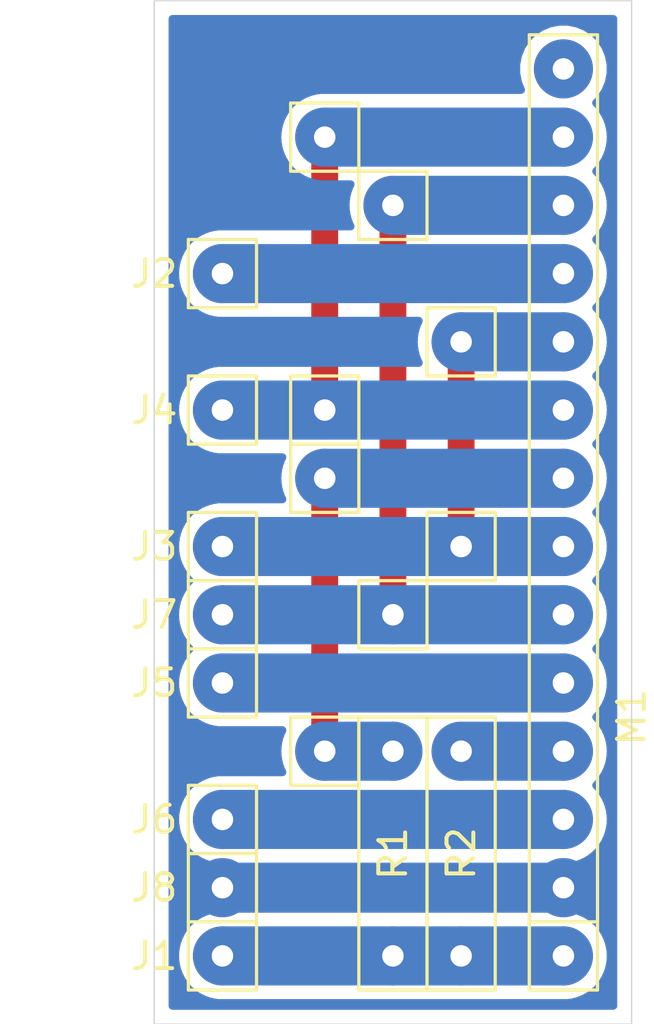
<source format=kicad_pcb>
(kicad_pcb (version 20171130) (host pcbnew "(5.1.6)-1")

  (general
    (thickness 1.6)
    (drawings 7)
    (tracks 17)
    (zones 0)
    (modules 19)
    (nets 12)
  )

  (page A4)
  (layers
    (0 F.Cu signal)
    (31 B.Cu signal)
    (32 B.Adhes user)
    (33 F.Adhes user)
    (34 B.Paste user)
    (35 F.Paste user)
    (36 B.SilkS user)
    (37 F.SilkS user)
    (38 B.Mask user)
    (39 F.Mask user)
    (40 Dwgs.User user hide)
    (41 Cmts.User user)
    (42 Eco1.User user)
    (43 Eco2.User user)
    (44 Edge.Cuts user)
    (45 Margin user)
    (46 B.CrtYd user)
    (47 F.CrtYd user)
    (48 B.Fab user)
    (49 F.Fab user)
  )

  (setup
    (last_trace_width 2.2)
    (user_trace_width 1)
    (user_trace_width 2)
    (user_trace_width 2.2)
    (trace_clearance 0.2)
    (zone_clearance 0.508)
    (zone_45_only no)
    (trace_min 0.2)
    (via_size 0.8)
    (via_drill 0.4)
    (via_min_size 0.4)
    (via_min_drill 0.3)
    (uvia_size 0.3)
    (uvia_drill 0.1)
    (uvias_allowed no)
    (uvia_min_size 0.2)
    (uvia_min_drill 0.1)
    (edge_width 0.05)
    (segment_width 0.2)
    (pcb_text_width 0.3)
    (pcb_text_size 1.5 1.5)
    (mod_edge_width 0.12)
    (mod_text_size 1 1)
    (mod_text_width 0.15)
    (pad_size 1.524 1.524)
    (pad_drill 0.762)
    (pad_to_mask_clearance 0.05)
    (aux_axis_origin 0 0)
    (visible_elements 7FFFFFFF)
    (pcbplotparams
      (layerselection 0x01040_fffffffe)
      (usegerberextensions false)
      (usegerberattributes true)
      (usegerberadvancedattributes true)
      (creategerberjobfile false)
      (excludeedgelayer true)
      (linewidth 0.100000)
      (plotframeref false)
      (viasonmask false)
      (mode 1)
      (useauxorigin false)
      (hpglpennumber 1)
      (hpglpenspeed 20)
      (hpglpendiameter 15.000000)
      (psnegative false)
      (psa4output false)
      (plotreference true)
      (plotvalue true)
      (plotinvisibletext false)
      (padsonsilk false)
      (subtractmaskfromsilk false)
      (outputformat 1)
      (mirror false)
      (drillshape 0)
      (scaleselection 1)
      (outputdirectory "plot/"))
  )

  (net 0 "")
  (net 1 "Net-(J1-Pad1)")
  (net 2 "Net-(M1-Pad4)")
  (net 3 "Net-(M1-Pad8)")
  (net 4 "Net-(M1-Pad14)")
  (net 5 "Net-(J2-Pad1)")
  (net 6 "Net-(J3-Pad1)")
  (net 7 "Net-(J4-Pad1)")
  (net 8 "Net-(J5-Pad1)")
  (net 9 "Net-(J6-Pad1)")
  (net 10 "Net-(J7-Pad1)")
  (net 11 "Net-(J8-Pad1)")

  (net_class Default "This is the default net class."
    (clearance 0.2)
    (trace_width 0.25)
    (via_dia 0.8)
    (via_drill 0.4)
    (uvia_dia 0.3)
    (uvia_drill 0.1)
    (add_net "Net-(J1-Pad1)")
    (add_net "Net-(J2-Pad1)")
    (add_net "Net-(J3-Pad1)")
    (add_net "Net-(J4-Pad1)")
    (add_net "Net-(J5-Pad1)")
    (add_net "Net-(J6-Pad1)")
    (add_net "Net-(J7-Pad1)")
    (add_net "Net-(J8-Pad1)")
    (add_net "Net-(M1-Pad14)")
    (add_net "Net-(M1-Pad4)")
    (add_net "Net-(M1-Pad8)")
  )

  (module cnc3018-PCB:myResistor (layer F.Cu) (tedit 612D2591) (tstamp 61477EA8)
    (at 8.89 -2.54 90)
    (path /6149A29E)
    (fp_text reference R1 (at 3.81 0 90) (layer F.SilkS)
      (effects (font (size 1 1) (thickness 0.15)))
    )
    (fp_text value 100 (at 3.81 -2.54 90) (layer F.Fab)
      (effects (font (size 1 1) (thickness 0.15)))
    )
    (fp_line (start -1.27 1.27) (end 8.89 1.27) (layer F.SilkS) (width 0.12))
    (fp_line (start -1.27 -1.27) (end -1.27 1.27) (layer F.SilkS) (width 0.12))
    (fp_line (start 8.89 -1.27) (end -1.27 -1.27) (layer F.SilkS) (width 0.12))
    (fp_line (start 8.89 -1.27) (end 8.89 1.27) (layer F.SilkS) (width 0.12))
    (pad 2 thru_hole circle (at 7.62 0 90) (size 2.2 2.2) (drill 0.8) (layers *.Cu *.Mask)
      (net 3 "Net-(M1-Pad8)"))
    (pad 1 thru_hole circle (at 0 0 90) (size 2.2 2.2) (drill 0.8) (layers *.Cu *.Mask)
      (net 1 "Net-(J1-Pad1)"))
  )

  (module cnc3018-PCB:myResistor (layer F.Cu) (tedit 612D2591) (tstamp 61477EB2)
    (at 11.43 -2.54 90)
    (path /6148DFD0)
    (fp_text reference R2 (at 3.81 0 90) (layer F.SilkS)
      (effects (font (size 1 1) (thickness 0.15)))
    )
    (fp_text value 10K (at 3.81 -2.54 90) (layer F.Fab)
      (effects (font (size 1 1) (thickness 0.15)))
    )
    (fp_line (start 8.89 -1.27) (end 8.89 1.27) (layer F.SilkS) (width 0.12))
    (fp_line (start 8.89 -1.27) (end -1.27 -1.27) (layer F.SilkS) (width 0.12))
    (fp_line (start -1.27 -1.27) (end -1.27 1.27) (layer F.SilkS) (width 0.12))
    (fp_line (start -1.27 1.27) (end 8.89 1.27) (layer F.SilkS) (width 0.12))
    (pad 1 thru_hole circle (at 0 0 90) (size 2.2 2.2) (drill 0.8) (layers *.Cu *.Mask)
      (net 1 "Net-(J1-Pad1)"))
    (pad 2 thru_hole circle (at 7.62 0 90) (size 2.2 2.2) (drill 0.8) (layers *.Cu *.Mask)
      (net 2 "Net-(M1-Pad4)"))
  )

  (module cnc3018-PCB:my14Pin (layer F.Cu) (tedit 61477D63) (tstamp 6147803F)
    (at 15.24 -10.16 90)
    (path /6147A123)
    (fp_text reference M1 (at 1.27 2.54 90) (layer F.SilkS)
      (effects (font (size 1 1) (thickness 0.15)))
    )
    (fp_text value TFT_ILI9341 (at -2.54 25.4 180) (layer F.Fab) hide
      (effects (font (size 1 1) (thickness 0.15)))
    )
    (fp_line (start 26.67 1.27) (end 11.43 1.27) (layer F.SilkS) (width 0.12))
    (fp_line (start 26.67 -1.27) (end 26.67 1.27) (layer F.SilkS) (width 0.12))
    (fp_line (start 11.43 -1.27) (end 26.67 -1.27) (layer F.SilkS) (width 0.12))
    (fp_line (start -6.35 -1.27) (end -6.35 1.27) (layer F.SilkS) (width 0.12))
    (fp_line (start -8.89 -1.27) (end -6.35 -1.27) (layer F.SilkS) (width 0.12))
    (fp_line (start 3.81 -1.27) (end -8.89 -1.27) (layer F.SilkS) (width 0.12))
    (fp_line (start -8.89 1.27) (end 3.81 1.27) (layer F.SilkS) (width 0.12))
    (fp_line (start -8.89 -1.27) (end -8.89 1.27) (layer F.SilkS) (width 0.12))
    (fp_line (start 3.81 -1.27) (end 11.43 -1.27) (layer F.SilkS) (width 0.12))
    (fp_line (start 11.43 1.27) (end 3.81 1.27) (layer F.SilkS) (width 0.12))
    (pad 1 thru_hole circle (at -7.62 0 90) (size 2.2 2.2) (drill 0.8) (layers *.Cu *.Mask)
      (net 1 "Net-(J1-Pad1)"))
    (pad 2 thru_hole circle (at -5.08 0 90) (size 2.2 2.2) (drill 0.8) (layers *.Cu *.Mask)
      (net 11 "Net-(J8-Pad1)"))
    (pad 3 thru_hole circle (at -2.54 0 90) (size 2.2 2.2) (drill 0.8) (layers *.Cu *.Mask)
      (net 9 "Net-(J6-Pad1)"))
    (pad 4 thru_hole circle (at 0 0 90) (size 2.2 2.2) (drill 0.8) (layers *.Cu *.Mask)
      (net 2 "Net-(M1-Pad4)"))
    (pad 5 thru_hole circle (at 2.54 0 90) (size 2.2 2.2) (drill 0.8) (layers *.Cu *.Mask)
      (net 8 "Net-(J5-Pad1)"))
    (pad 6 thru_hole circle (at 5.08 0 90) (size 2.2 2.2) (drill 0.8) (layers *.Cu *.Mask)
      (net 10 "Net-(J7-Pad1)"))
    (pad 7 thru_hole circle (at 7.62 0 90) (size 2.2 2.2) (drill 0.8) (layers *.Cu *.Mask)
      (net 6 "Net-(J3-Pad1)"))
    (pad 8 thru_hole circle (at 10.16 0 90) (size 2.2 2.2) (drill 0.8) (layers *.Cu *.Mask)
      (net 3 "Net-(M1-Pad8)"))
    (pad 9 thru_hole circle (at 12.7 0 90) (size 2.2 2.2) (drill 0.8) (layers *.Cu *.Mask)
      (net 7 "Net-(J4-Pad1)"))
    (pad 10 thru_hole circle (at 15.24 0 90) (size 2.2 2.2) (drill 0.8) (layers *.Cu *.Mask)
      (net 6 "Net-(J3-Pad1)"))
    (pad 11 thru_hole circle (at 17.78 0 90) (size 2.2 2.2) (drill 0.8) (layers *.Cu *.Mask)
      (net 5 "Net-(J2-Pad1)"))
    (pad 12 thru_hole circle (at 20.32 0 90) (size 2.2 2.2) (drill 0.8) (layers *.Cu *.Mask)
      (net 10 "Net-(J7-Pad1)"))
    (pad 13 thru_hole circle (at 22.86 0 90) (size 2.2 2.2) (drill 0.8) (layers *.Cu *.Mask)
      (net 7 "Net-(J4-Pad1)"))
    (pad 14 thru_hole circle (at 25.4 0 90) (size 2.2 2.2) (drill 0.8) (layers *.Cu *.Mask)
      (net 4 "Net-(M1-Pad14)"))
  )

  (module cnc3018-PCB:my1pin (layer F.Cu) (tedit 612C312C) (tstamp 61478490)
    (at 2.54 -2.54 180)
    (path /6147C8F0)
    (fp_text reference J1 (at 2.54 0) (layer F.SilkS)
      (effects (font (size 1 1) (thickness 0.15)))
    )
    (fp_text value 5V (at 6.35 0) (layer F.Fab)
      (effects (font (size 1 1) (thickness 0.15)))
    )
    (fp_line (start 1.27 1.27) (end 1.27 -1.27) (layer F.SilkS) (width 0.12))
    (fp_line (start -1.27 1.27) (end 1.27 1.27) (layer F.SilkS) (width 0.12))
    (fp_line (start -1.27 -1.27) (end -1.27 1.27) (layer F.SilkS) (width 0.12))
    (fp_line (start -1.27 -1.27) (end 1.27 -1.27) (layer F.SilkS) (width 0.12))
    (pad 1 thru_hole circle (at 0 0 180) (size 2.2 2.2) (drill 0.8) (layers *.Cu *.Mask)
      (net 1 "Net-(J1-Pad1)"))
  )

  (module cnc3018-PCB:my1pin (layer F.Cu) (tedit 612C312C) (tstamp 61478499)
    (at 2.54 -27.94 180)
    (path /6147DA28)
    (fp_text reference J2 (at 2.54 0) (layer F.SilkS)
      (effects (font (size 1 1) (thickness 0.15)))
    )
    (fp_text value T_CS (at 6.35 0) (layer F.Fab)
      (effects (font (size 1 1) (thickness 0.15)))
    )
    (fp_line (start -1.27 -1.27) (end 1.27 -1.27) (layer F.SilkS) (width 0.12))
    (fp_line (start -1.27 -1.27) (end -1.27 1.27) (layer F.SilkS) (width 0.12))
    (fp_line (start -1.27 1.27) (end 1.27 1.27) (layer F.SilkS) (width 0.12))
    (fp_line (start 1.27 1.27) (end 1.27 -1.27) (layer F.SilkS) (width 0.12))
    (pad 1 thru_hole circle (at 0 0 180) (size 2.2 2.2) (drill 0.8) (layers *.Cu *.Mask)
      (net 5 "Net-(J2-Pad1)"))
  )

  (module cnc3018-PCB:my1pin (layer F.Cu) (tedit 612C312C) (tstamp 614784A2)
    (at 2.54 -17.78 180)
    (path /6147E475)
    (fp_text reference J3 (at 2.54 0) (layer F.SilkS)
      (effects (font (size 1 1) (thickness 0.15)))
    )
    (fp_text value CLK (at 6.35 0) (layer F.Fab)
      (effects (font (size 1 1) (thickness 0.15)))
    )
    (fp_line (start 1.27 1.27) (end 1.27 -1.27) (layer F.SilkS) (width 0.12))
    (fp_line (start -1.27 1.27) (end 1.27 1.27) (layer F.SilkS) (width 0.12))
    (fp_line (start -1.27 -1.27) (end -1.27 1.27) (layer F.SilkS) (width 0.12))
    (fp_line (start -1.27 -1.27) (end 1.27 -1.27) (layer F.SilkS) (width 0.12))
    (pad 1 thru_hole circle (at 0 0 180) (size 2.2 2.2) (drill 0.8) (layers *.Cu *.Mask)
      (net 6 "Net-(J3-Pad1)"))
  )

  (module cnc3018-PCB:my1pin (layer F.Cu) (tedit 612C312C) (tstamp 614784AB)
    (at 2.54 -22.86 180)
    (path /6147F1E3)
    (fp_text reference J4 (at 2.54 0) (layer F.SilkS)
      (effects (font (size 1 1) (thickness 0.15)))
    )
    (fp_text value MISO (at 6.35 0) (layer F.Fab)
      (effects (font (size 1 1) (thickness 0.15)))
    )
    (fp_line (start -1.27 -1.27) (end 1.27 -1.27) (layer F.SilkS) (width 0.12))
    (fp_line (start -1.27 -1.27) (end -1.27 1.27) (layer F.SilkS) (width 0.12))
    (fp_line (start -1.27 1.27) (end 1.27 1.27) (layer F.SilkS) (width 0.12))
    (fp_line (start 1.27 1.27) (end 1.27 -1.27) (layer F.SilkS) (width 0.12))
    (pad 1 thru_hole circle (at 0 0 180) (size 2.2 2.2) (drill 0.8) (layers *.Cu *.Mask)
      (net 7 "Net-(J4-Pad1)"))
  )

  (module cnc3018-PCB:my1pin (layer F.Cu) (tedit 612C312C) (tstamp 614784B4)
    (at 2.54 -12.7 180)
    (path /6147FDC6)
    (fp_text reference J5 (at 2.54 0) (layer F.SilkS)
      (effects (font (size 1 1) (thickness 0.15)))
    )
    (fp_text value DC (at 6.35 0) (layer F.Fab)
      (effects (font (size 1 1) (thickness 0.15)))
    )
    (fp_line (start 1.27 1.27) (end 1.27 -1.27) (layer F.SilkS) (width 0.12))
    (fp_line (start -1.27 1.27) (end 1.27 1.27) (layer F.SilkS) (width 0.12))
    (fp_line (start -1.27 -1.27) (end -1.27 1.27) (layer F.SilkS) (width 0.12))
    (fp_line (start -1.27 -1.27) (end 1.27 -1.27) (layer F.SilkS) (width 0.12))
    (pad 1 thru_hole circle (at 0 0 180) (size 2.2 2.2) (drill 0.8) (layers *.Cu *.Mask)
      (net 8 "Net-(J5-Pad1)"))
  )

  (module cnc3018-PCB:my1pin (layer F.Cu) (tedit 612C312C) (tstamp 614784BD)
    (at 2.54 -7.62 180)
    (path /61480747)
    (fp_text reference J6 (at 2.54 0) (layer F.SilkS)
      (effects (font (size 1 1) (thickness 0.15)))
    )
    (fp_text value CS (at 6.35 0) (layer F.Fab)
      (effects (font (size 1 1) (thickness 0.15)))
    )
    (fp_line (start -1.27 -1.27) (end 1.27 -1.27) (layer F.SilkS) (width 0.12))
    (fp_line (start -1.27 -1.27) (end -1.27 1.27) (layer F.SilkS) (width 0.12))
    (fp_line (start -1.27 1.27) (end 1.27 1.27) (layer F.SilkS) (width 0.12))
    (fp_line (start 1.27 1.27) (end 1.27 -1.27) (layer F.SilkS) (width 0.12))
    (pad 1 thru_hole circle (at 0 0 180) (size 2.2 2.2) (drill 0.8) (layers *.Cu *.Mask)
      (net 9 "Net-(J6-Pad1)"))
  )

  (module cnc3018-PCB:my1pin (layer F.Cu) (tedit 612C312C) (tstamp 614784C6)
    (at 2.54 -15.24 180)
    (path /6148260B)
    (fp_text reference J7 (at 2.54 0) (layer F.SilkS)
      (effects (font (size 1 1) (thickness 0.15)))
    )
    (fp_text value MOSI (at 6.35 0) (layer F.Fab)
      (effects (font (size 1 1) (thickness 0.15)))
    )
    (fp_line (start 1.27 1.27) (end 1.27 -1.27) (layer F.SilkS) (width 0.12))
    (fp_line (start -1.27 1.27) (end 1.27 1.27) (layer F.SilkS) (width 0.12))
    (fp_line (start -1.27 -1.27) (end -1.27 1.27) (layer F.SilkS) (width 0.12))
    (fp_line (start -1.27 -1.27) (end 1.27 -1.27) (layer F.SilkS) (width 0.12))
    (pad 1 thru_hole circle (at 0 0 180) (size 2.2 2.2) (drill 0.8) (layers *.Cu *.Mask)
      (net 10 "Net-(J7-Pad1)"))
  )

  (module cnc3018-PCB:my1pin (layer F.Cu) (tedit 612C312C) (tstamp 614784CF)
    (at 2.54 -5.08 180)
    (path /6148308A)
    (fp_text reference J8 (at 2.54 0) (layer F.SilkS)
      (effects (font (size 1 1) (thickness 0.15)))
    )
    (fp_text value GND (at 6.35 0) (layer F.Fab)
      (effects (font (size 1 1) (thickness 0.15)))
    )
    (fp_line (start -1.27 -1.27) (end 1.27 -1.27) (layer F.SilkS) (width 0.12))
    (fp_line (start -1.27 -1.27) (end -1.27 1.27) (layer F.SilkS) (width 0.12))
    (fp_line (start -1.27 1.27) (end 1.27 1.27) (layer F.SilkS) (width 0.12))
    (fp_line (start 1.27 1.27) (end 1.27 -1.27) (layer F.SilkS) (width 0.12))
    (pad 1 thru_hole circle (at 0 0 180) (size 2.2 2.2) (drill 0.8) (layers *.Cu *.Mask)
      (net 11 "Net-(J8-Pad1)"))
  )

  (module cnc3018-PCB:my1pin (layer F.Cu) (tedit 612C312C) (tstamp 6147896A)
    (at 6.35 -20.32)
    (path /614948AC)
    (fp_text reference V1 (at 0 2.54) (layer F.SilkS) hide
      (effects (font (size 1 1) (thickness 0.15)))
    )
    (fp_text value Conn_01x01 (at 0 -2.54) (layer F.Fab) hide
      (effects (font (size 1 1) (thickness 0.15)))
    )
    (fp_line (start -1.27 -1.27) (end 1.27 -1.27) (layer F.SilkS) (width 0.12))
    (fp_line (start -1.27 -1.27) (end -1.27 1.27) (layer F.SilkS) (width 0.12))
    (fp_line (start -1.27 1.27) (end 1.27 1.27) (layer F.SilkS) (width 0.12))
    (fp_line (start 1.27 1.27) (end 1.27 -1.27) (layer F.SilkS) (width 0.12))
    (pad 1 thru_hole circle (at 0 0) (size 2.2 2.2) (drill 0.8) (layers *.Cu *.Mask)
      (net 3 "Net-(M1-Pad8)"))
  )

  (module cnc3018-PCB:my1pin (layer F.Cu) (tedit 612C312C) (tstamp 61478973)
    (at 6.35 -10.16)
    (path /614953E0)
    (fp_text reference V2 (at 0 2.54) (layer F.SilkS) hide
      (effects (font (size 1 1) (thickness 0.15)))
    )
    (fp_text value Conn_01x01 (at 0 -2.54) (layer F.Fab) hide
      (effects (font (size 1 1) (thickness 0.15)))
    )
    (fp_line (start 1.27 1.27) (end 1.27 -1.27) (layer F.SilkS) (width 0.12))
    (fp_line (start -1.27 1.27) (end 1.27 1.27) (layer F.SilkS) (width 0.12))
    (fp_line (start -1.27 -1.27) (end -1.27 1.27) (layer F.SilkS) (width 0.12))
    (fp_line (start -1.27 -1.27) (end 1.27 -1.27) (layer F.SilkS) (width 0.12))
    (pad 1 thru_hole circle (at 0 0) (size 2.2 2.2) (drill 0.8) (layers *.Cu *.Mask)
      (net 3 "Net-(M1-Pad8)"))
  )

  (module cnc3018-PCB:my1pin (layer F.Cu) (tedit 612C312C) (tstamp 6147897C)
    (at 11.43 -25.4)
    (path /6149312E)
    (fp_text reference V3 (at 0 2.54) (layer F.SilkS) hide
      (effects (font (size 1 1) (thickness 0.15)))
    )
    (fp_text value Conn_01x01 (at 0 -2.54) (layer F.Fab) hide
      (effects (font (size 1 1) (thickness 0.15)))
    )
    (fp_line (start -1.27 -1.27) (end 1.27 -1.27) (layer F.SilkS) (width 0.12))
    (fp_line (start -1.27 -1.27) (end -1.27 1.27) (layer F.SilkS) (width 0.12))
    (fp_line (start -1.27 1.27) (end 1.27 1.27) (layer F.SilkS) (width 0.12))
    (fp_line (start 1.27 1.27) (end 1.27 -1.27) (layer F.SilkS) (width 0.12))
    (pad 1 thru_hole circle (at 0 0) (size 2.2 2.2) (drill 0.8) (layers *.Cu *.Mask)
      (net 6 "Net-(J3-Pad1)"))
  )

  (module cnc3018-PCB:my1pin (layer F.Cu) (tedit 612C312C) (tstamp 61478985)
    (at 11.43 -17.78)
    (path /61493B84)
    (fp_text reference V5 (at 0 2.54) (layer F.SilkS) hide
      (effects (font (size 1 1) (thickness 0.15)))
    )
    (fp_text value Conn_01x01 (at 0 -2.54) (layer F.Fab) hide
      (effects (font (size 1 1) (thickness 0.15)))
    )
    (fp_line (start 1.27 1.27) (end 1.27 -1.27) (layer F.SilkS) (width 0.12))
    (fp_line (start -1.27 1.27) (end 1.27 1.27) (layer F.SilkS) (width 0.12))
    (fp_line (start -1.27 -1.27) (end -1.27 1.27) (layer F.SilkS) (width 0.12))
    (fp_line (start -1.27 -1.27) (end 1.27 -1.27) (layer F.SilkS) (width 0.12))
    (pad 1 thru_hole circle (at 0 0) (size 2.2 2.2) (drill 0.8) (layers *.Cu *.Mask)
      (net 6 "Net-(J3-Pad1)"))
  )

  (module cnc3018-PCB:my1pin (layer F.Cu) (tedit 612C312C) (tstamp 6147898E)
    (at 6.35 -22.86)
    (path /61491E38)
    (fp_text reference V6 (at 0 2.54) (layer F.SilkS) hide
      (effects (font (size 1 1) (thickness 0.15)))
    )
    (fp_text value Conn_01x01 (at 0 -2.54) (layer F.Fab) hide
      (effects (font (size 1 1) (thickness 0.15)))
    )
    (fp_line (start -1.27 -1.27) (end 1.27 -1.27) (layer F.SilkS) (width 0.12))
    (fp_line (start -1.27 -1.27) (end -1.27 1.27) (layer F.SilkS) (width 0.12))
    (fp_line (start -1.27 1.27) (end 1.27 1.27) (layer F.SilkS) (width 0.12))
    (fp_line (start 1.27 1.27) (end 1.27 -1.27) (layer F.SilkS) (width 0.12))
    (pad 1 thru_hole circle (at 0 0) (size 2.2 2.2) (drill 0.8) (layers *.Cu *.Mask)
      (net 7 "Net-(J4-Pad1)"))
  )

  (module cnc3018-PCB:my1pin (layer F.Cu) (tedit 612C312C) (tstamp 61478997)
    (at 8.89 -15.24)
    (path /614909A3)
    (fp_text reference V7 (at 0 2.54) (layer F.SilkS) hide
      (effects (font (size 1 1) (thickness 0.15)))
    )
    (fp_text value Conn_01x01 (at 0 -2.54) (layer F.Fab) hide
      (effects (font (size 1 1) (thickness 0.15)))
    )
    (fp_line (start -1.27 -1.27) (end 1.27 -1.27) (layer F.SilkS) (width 0.12))
    (fp_line (start -1.27 -1.27) (end -1.27 1.27) (layer F.SilkS) (width 0.12))
    (fp_line (start -1.27 1.27) (end 1.27 1.27) (layer F.SilkS) (width 0.12))
    (fp_line (start 1.27 1.27) (end 1.27 -1.27) (layer F.SilkS) (width 0.12))
    (pad 1 thru_hole circle (at 0 0) (size 2.2 2.2) (drill 0.8) (layers *.Cu *.Mask)
      (net 10 "Net-(J7-Pad1)"))
  )

  (module cnc3018-PCB:my1pin (layer F.Cu) (tedit 612C312C) (tstamp 614789A0)
    (at 6.35 -33.02)
    (path /61492738)
    (fp_text reference V8 (at 0 2.54) (layer F.SilkS) hide
      (effects (font (size 1 1) (thickness 0.15)))
    )
    (fp_text value Conn_01x01 (at 0 -2.54) (layer F.Fab) hide
      (effects (font (size 1 1) (thickness 0.15)))
    )
    (fp_line (start 1.27 1.27) (end 1.27 -1.27) (layer F.SilkS) (width 0.12))
    (fp_line (start -1.27 1.27) (end 1.27 1.27) (layer F.SilkS) (width 0.12))
    (fp_line (start -1.27 -1.27) (end -1.27 1.27) (layer F.SilkS) (width 0.12))
    (fp_line (start -1.27 -1.27) (end 1.27 -1.27) (layer F.SilkS) (width 0.12))
    (pad 1 thru_hole circle (at 0 0) (size 2.2 2.2) (drill 0.8) (layers *.Cu *.Mask)
      (net 7 "Net-(J4-Pad1)"))
  )

  (module cnc3018-PCB:my1pin (layer F.Cu) (tedit 612C312C) (tstamp 614789A9)
    (at 8.89 -30.48)
    (path /614913A4)
    (fp_text reference V9 (at 0 2.54) (layer F.SilkS) hide
      (effects (font (size 1 1) (thickness 0.15)))
    )
    (fp_text value Conn_01x01 (at 0 -2.54) (layer F.Fab) hide
      (effects (font (size 1 1) (thickness 0.15)))
    )
    (fp_line (start 1.27 1.27) (end 1.27 -1.27) (layer F.SilkS) (width 0.12))
    (fp_line (start -1.27 1.27) (end 1.27 1.27) (layer F.SilkS) (width 0.12))
    (fp_line (start -1.27 -1.27) (end -1.27 1.27) (layer F.SilkS) (width 0.12))
    (fp_line (start -1.27 -1.27) (end 1.27 -1.27) (layer F.SilkS) (width 0.12))
    (pad 1 thru_hole circle (at 0 0) (size 2.2 2.2) (drill 0.8) (layers *.Cu *.Mask)
      (net 10 "Net-(J7-Pad1)"))
  )

  (gr_line (start 0 0) (end 0 -38.1) (layer Edge.Cuts) (width 0.05) (tstamp 615916DA))
  (gr_line (start 17.78 0) (end 0 0) (layer Edge.Cuts) (width 0.05))
  (gr_line (start 17.78 -38.1) (end 17.78 0) (layer Edge.Cuts) (width 0.05))
  (gr_line (start 0 -38.1) (end 17.78 -38.1) (layer Edge.Cuts) (width 0.05))
  (dimension 38.1 (width 0.15) (layer Dwgs.User)
    (gr_text "38.100 mm" (at 24.16 -19.05 90) (layer Dwgs.User)
      (effects (font (size 1 1) (thickness 0.15)))
    )
    (feature1 (pts (xy 17.78 -38.1) (xy 23.446421 -38.1)))
    (feature2 (pts (xy 17.78 0) (xy 23.446421 0)))
    (crossbar (pts (xy 22.86 0) (xy 22.86 -38.1)))
    (arrow1a (pts (xy 22.86 -38.1) (xy 23.446421 -36.973496)))
    (arrow1b (pts (xy 22.86 -38.1) (xy 22.273579 -36.973496)))
    (arrow2a (pts (xy 22.86 0) (xy 23.446421 -1.126504)))
    (arrow2b (pts (xy 22.86 0) (xy 22.273579 -1.126504)))
  )
  (dimension 17.78 (width 0.15) (layer Dwgs.User)
    (gr_text "17.780 mm" (at 8.89 3.84) (layer Dwgs.User)
      (effects (font (size 1 1) (thickness 0.15)))
    )
    (feature1 (pts (xy 17.78 0) (xy 17.78 3.126421)))
    (feature2 (pts (xy 0 0) (xy 0 3.126421)))
    (crossbar (pts (xy 0 2.54) (xy 17.78 2.54)))
    (arrow1a (pts (xy 17.78 2.54) (xy 16.653496 3.126421)))
    (arrow1b (pts (xy 17.78 2.54) (xy 16.653496 1.953579)))
    (arrow2a (pts (xy 0 2.54) (xy 1.126504 3.126421)))
    (arrow2b (pts (xy 0 2.54) (xy 1.126504 1.953579)))
  )
  (gr_text "2.5mm\n" (at 11.73 -2.5) (layer Dwgs.User)
    (effects (font (size 1 1) (thickness 0.15)))
  )

  (segment (start 15.24 -2.54) (end 2.54 -2.54) (width 2.2) (layer B.Cu) (net 1))
  (segment (start 15.24 -10.16) (end 11.43 -10.16) (width 2.2) (layer B.Cu) (net 2))
  (segment (start 6.35 -20.32) (end 6.35 -10.16) (width 1) (layer F.Cu) (net 3))
  (segment (start 8.89 -10.16) (end 6.35 -10.16) (width 2.2) (layer B.Cu) (net 3))
  (segment (start 6.35 -20.32) (end 15.24 -20.32) (width 2.2) (layer B.Cu) (net 3))
  (segment (start 2.54 -27.94) (end 15.24 -27.94) (width 2.2) (layer B.Cu) (net 5))
  (segment (start 11.43 -25.4) (end 11.43 -17.78) (width 1) (layer F.Cu) (net 6))
  (segment (start 2.54 -17.78) (end 15.24 -17.78) (width 2.2) (layer B.Cu) (net 6))
  (segment (start 11.43 -25.4) (end 15.24 -25.4) (width 2.2) (layer B.Cu) (net 6))
  (segment (start 6.35 -33.02) (end 6.35 -22.86) (width 1) (layer F.Cu) (net 7))
  (segment (start 2.54 -22.86) (end 15.24 -22.86) (width 2.2) (layer B.Cu) (net 7))
  (segment (start 6.35 -33.02) (end 15.24 -33.02) (width 2.2) (layer B.Cu) (net 7))
  (segment (start 2.54 -12.7) (end 15.24 -12.7) (width 2.2) (layer B.Cu) (net 8))
  (segment (start 15.24 -7.62) (end 2.54 -7.62) (width 2.2) (layer B.Cu) (net 9))
  (segment (start 8.89 -30.48) (end 8.89 -15.24) (width 1) (layer F.Cu) (net 10))
  (segment (start 2.54 -15.24) (end 15.24 -15.24) (width 2.2) (layer B.Cu) (net 10))
  (segment (start 8.89 -30.48) (end 15.24 -30.48) (width 2.2) (layer B.Cu) (net 10))

  (zone (net 11) (net_name "Net-(J8-Pad1)") (layer B.Cu) (tstamp 61479726) (hatch edge 0.508)
    (connect_pads yes (clearance 0.508))
    (min_thickness 0.3)
    (fill yes (arc_segments 32) (thermal_gap 0.508) (thermal_bridge_width 0.508))
    (polygon
      (pts
        (xy 17.78 0) (xy 0 0) (xy 0 -38.1) (xy 17.78 -38.1)
      )
    )
    (filled_polygon
      (pts
        (xy 17.097001 -0.683) (xy 0.683 -0.683) (xy 0.683 -2.54) (xy 0.773494 -2.54) (xy 0.782 -2.453637)
        (xy 0.782 -2.366852) (xy 0.798931 -2.281734) (xy 0.807437 -2.195372) (xy 0.832628 -2.112328) (xy 0.849559 -2.02721)
        (xy 0.882769 -1.947034) (xy 0.907961 -1.863987) (xy 0.948872 -1.787448) (xy 0.982081 -1.707275) (xy 1.030294 -1.635118)
        (xy 1.071204 -1.558582) (xy 1.126255 -1.491503) (xy 1.174472 -1.41934) (xy 1.235844 -1.357968) (xy 1.290892 -1.290892)
        (xy 1.357968 -1.235844) (xy 1.41934 -1.174472) (xy 1.491503 -1.126255) (xy 1.558582 -1.071204) (xy 1.635118 -1.030294)
        (xy 1.707275 -0.982081) (xy 1.787448 -0.948872) (xy 1.863987 -0.907961) (xy 1.947034 -0.882769) (xy 2.02721 -0.849559)
        (xy 2.112328 -0.832628) (xy 2.195372 -0.807437) (xy 2.281734 -0.798931) (xy 2.366852 -0.782) (xy 15.413148 -0.782)
        (xy 15.498266 -0.798931) (xy 15.584628 -0.807437) (xy 15.667672 -0.832628) (xy 15.75279 -0.849559) (xy 15.832966 -0.882769)
        (xy 15.916013 -0.907961) (xy 15.992552 -0.948872) (xy 16.072725 -0.982081) (xy 16.144882 -1.030294) (xy 16.221418 -1.071204)
        (xy 16.288497 -1.126255) (xy 16.36066 -1.174472) (xy 16.422032 -1.235844) (xy 16.489108 -1.290892) (xy 16.544156 -1.357968)
        (xy 16.605528 -1.41934) (xy 16.653745 -1.491503) (xy 16.708796 -1.558582) (xy 16.749706 -1.635118) (xy 16.797919 -1.707275)
        (xy 16.831128 -1.787448) (xy 16.872039 -1.863987) (xy 16.897231 -1.947034) (xy 16.930441 -2.02721) (xy 16.947372 -2.112328)
        (xy 16.972563 -2.195372) (xy 16.981069 -2.281734) (xy 16.998 -2.366852) (xy 16.998 -2.453637) (xy 17.006506 -2.54)
        (xy 16.998 -2.626363) (xy 16.998 -2.713148) (xy 16.981069 -2.798266) (xy 16.972563 -2.884628) (xy 16.947372 -2.967672)
        (xy 16.930441 -3.05279) (xy 16.897231 -3.132966) (xy 16.872039 -3.216013) (xy 16.831128 -3.292552) (xy 16.797919 -3.372725)
        (xy 16.749706 -3.444882) (xy 16.708796 -3.521418) (xy 16.653745 -3.588497) (xy 16.605528 -3.66066) (xy 16.544156 -3.722032)
        (xy 16.489108 -3.789108) (xy 16.422032 -3.844156) (xy 16.36066 -3.905528) (xy 16.288497 -3.953745) (xy 16.221418 -4.008796)
        (xy 16.144882 -4.049706) (xy 16.072725 -4.097919) (xy 15.992552 -4.131128) (xy 15.916013 -4.172039) (xy 15.832966 -4.197231)
        (xy 15.75279 -4.230441) (xy 15.667672 -4.247372) (xy 15.584628 -4.272563) (xy 15.498266 -4.281069) (xy 15.413148 -4.298)
        (xy 2.366852 -4.298) (xy 2.281734 -4.281069) (xy 2.195372 -4.272563) (xy 2.112328 -4.247372) (xy 2.02721 -4.230441)
        (xy 1.947034 -4.197231) (xy 1.863987 -4.172039) (xy 1.787448 -4.131128) (xy 1.707275 -4.097919) (xy 1.635118 -4.049706)
        (xy 1.558582 -4.008796) (xy 1.491503 -3.953745) (xy 1.41934 -3.905528) (xy 1.357968 -3.844156) (xy 1.290892 -3.789108)
        (xy 1.235844 -3.722032) (xy 1.174472 -3.66066) (xy 1.126255 -3.588497) (xy 1.071204 -3.521418) (xy 1.030294 -3.444882)
        (xy 0.982081 -3.372725) (xy 0.948872 -3.292552) (xy 0.907961 -3.216013) (xy 0.882769 -3.132966) (xy 0.849559 -3.05279)
        (xy 0.832628 -2.967672) (xy 0.807437 -2.884628) (xy 0.798931 -2.798266) (xy 0.782 -2.713148) (xy 0.782 -2.626363)
        (xy 0.773494 -2.54) (xy 0.683 -2.54) (xy 0.683 -27.94) (xy 0.773494 -27.94) (xy 0.782 -27.853637)
        (xy 0.782 -27.766852) (xy 0.798931 -27.681734) (xy 0.807437 -27.595372) (xy 0.832628 -27.512328) (xy 0.849559 -27.42721)
        (xy 0.882769 -27.347034) (xy 0.907961 -27.263987) (xy 0.948872 -27.187448) (xy 0.982081 -27.107275) (xy 1.030294 -27.035118)
        (xy 1.071204 -26.958582) (xy 1.126255 -26.891503) (xy 1.174472 -26.81934) (xy 1.235844 -26.757968) (xy 1.290892 -26.690892)
        (xy 1.357968 -26.635844) (xy 1.41934 -26.574472) (xy 1.491503 -26.526255) (xy 1.558582 -26.471204) (xy 1.635118 -26.430294)
        (xy 1.707275 -26.382081) (xy 1.787448 -26.348872) (xy 1.863987 -26.307961) (xy 1.947034 -26.282769) (xy 2.02721 -26.249559)
        (xy 2.112328 -26.232628) (xy 2.195372 -26.207437) (xy 2.281734 -26.198931) (xy 2.366852 -26.182) (xy 9.85107 -26.182)
        (xy 9.838872 -26.152552) (xy 9.797961 -26.076013) (xy 9.772769 -25.992966) (xy 9.739559 -25.91279) (xy 9.722628 -25.827672)
        (xy 9.697437 -25.744628) (xy 9.688931 -25.658266) (xy 9.672 -25.573148) (xy 9.672 -25.486363) (xy 9.663494 -25.4)
        (xy 9.672 -25.313637) (xy 9.672 -25.226852) (xy 9.688931 -25.141734) (xy 9.697437 -25.055372) (xy 9.722628 -24.972328)
        (xy 9.739559 -24.88721) (xy 9.772769 -24.807034) (xy 9.797961 -24.723987) (xy 9.838872 -24.647448) (xy 9.85107 -24.618)
        (xy 2.366852 -24.618) (xy 2.281734 -24.601069) (xy 2.195372 -24.592563) (xy 2.112328 -24.567372) (xy 2.02721 -24.550441)
        (xy 1.947034 -24.517231) (xy 1.863987 -24.492039) (xy 1.787448 -24.451128) (xy 1.707275 -24.417919) (xy 1.635118 -24.369706)
        (xy 1.558582 -24.328796) (xy 1.491503 -24.273745) (xy 1.41934 -24.225528) (xy 1.357968 -24.164156) (xy 1.290892 -24.109108)
        (xy 1.235844 -24.042032) (xy 1.174472 -23.98066) (xy 1.126255 -23.908497) (xy 1.071204 -23.841418) (xy 1.030294 -23.764882)
        (xy 0.982081 -23.692725) (xy 0.948872 -23.612552) (xy 0.907961 -23.536013) (xy 0.882769 -23.452966) (xy 0.849559 -23.37279)
        (xy 0.832628 -23.287672) (xy 0.807437 -23.204628) (xy 0.798931 -23.118266) (xy 0.782 -23.033148) (xy 0.782 -22.946363)
        (xy 0.773494 -22.86) (xy 0.782 -22.773637) (xy 0.782 -22.686852) (xy 0.798931 -22.601734) (xy 0.807437 -22.515372)
        (xy 0.832628 -22.432328) (xy 0.849559 -22.34721) (xy 0.882769 -22.267034) (xy 0.907961 -22.183987) (xy 0.948872 -22.107448)
        (xy 0.982081 -22.027275) (xy 1.030294 -21.955118) (xy 1.071204 -21.878582) (xy 1.126255 -21.811503) (xy 1.174472 -21.73934)
        (xy 1.235844 -21.677968) (xy 1.290892 -21.610892) (xy 1.357968 -21.555844) (xy 1.41934 -21.494472) (xy 1.491503 -21.446255)
        (xy 1.558582 -21.391204) (xy 1.635118 -21.350294) (xy 1.707275 -21.302081) (xy 1.787448 -21.268872) (xy 1.863987 -21.227961)
        (xy 1.947034 -21.202769) (xy 2.02721 -21.169559) (xy 2.112328 -21.152628) (xy 2.195372 -21.127437) (xy 2.281734 -21.118931)
        (xy 2.366852 -21.102) (xy 4.77107 -21.102) (xy 4.758872 -21.072552) (xy 4.717961 -20.996013) (xy 4.692769 -20.912966)
        (xy 4.659559 -20.83279) (xy 4.642628 -20.747672) (xy 4.617437 -20.664628) (xy 4.608931 -20.578266) (xy 4.592 -20.493148)
        (xy 4.592 -20.406363) (xy 4.583494 -20.32) (xy 4.592 -20.233637) (xy 4.592 -20.146852) (xy 4.608931 -20.061734)
        (xy 4.617437 -19.975372) (xy 4.642628 -19.892328) (xy 4.659559 -19.80721) (xy 4.692769 -19.727034) (xy 4.717961 -19.643987)
        (xy 4.758872 -19.567448) (xy 4.77107 -19.538) (xy 2.366852 -19.538) (xy 2.281734 -19.521069) (xy 2.195372 -19.512563)
        (xy 2.112328 -19.487372) (xy 2.02721 -19.470441) (xy 1.947034 -19.437231) (xy 1.863987 -19.412039) (xy 1.787448 -19.371128)
        (xy 1.707275 -19.337919) (xy 1.635118 -19.289706) (xy 1.558582 -19.248796) (xy 1.491503 -19.193745) (xy 1.41934 -19.145528)
        (xy 1.357968 -19.084156) (xy 1.290892 -19.029108) (xy 1.235844 -18.962032) (xy 1.174472 -18.90066) (xy 1.126255 -18.828497)
        (xy 1.071204 -18.761418) (xy 1.030294 -18.684882) (xy 0.982081 -18.612725) (xy 0.948872 -18.532552) (xy 0.907961 -18.456013)
        (xy 0.882769 -18.372966) (xy 0.849559 -18.29279) (xy 0.832628 -18.207672) (xy 0.807437 -18.124628) (xy 0.798931 -18.038266)
        (xy 0.782 -17.953148) (xy 0.782 -17.866363) (xy 0.773494 -17.78) (xy 0.782 -17.693637) (xy 0.782 -17.606852)
        (xy 0.798931 -17.521734) (xy 0.807437 -17.435372) (xy 0.832628 -17.352328) (xy 0.849559 -17.26721) (xy 0.882769 -17.187034)
        (xy 0.907961 -17.103987) (xy 0.948872 -17.027448) (xy 0.982081 -16.947275) (xy 1.030294 -16.875118) (xy 1.071204 -16.798582)
        (xy 1.126255 -16.731503) (xy 1.174472 -16.65934) (xy 1.235844 -16.597968) (xy 1.290892 -16.530892) (xy 1.316349 -16.51)
        (xy 1.290892 -16.489108) (xy 1.235844 -16.422032) (xy 1.174472 -16.36066) (xy 1.126255 -16.288497) (xy 1.071204 -16.221418)
        (xy 1.030294 -16.144882) (xy 0.982081 -16.072725) (xy 0.948872 -15.992552) (xy 0.907961 -15.916013) (xy 0.882769 -15.832966)
        (xy 0.849559 -15.75279) (xy 0.832628 -15.667672) (xy 0.807437 -15.584628) (xy 0.798931 -15.498266) (xy 0.782 -15.413148)
        (xy 0.782 -15.326363) (xy 0.773494 -15.24) (xy 0.782 -15.153637) (xy 0.782 -15.066852) (xy 0.798931 -14.981734)
        (xy 0.807437 -14.895372) (xy 0.832628 -14.812328) (xy 0.849559 -14.72721) (xy 0.882769 -14.647034) (xy 0.907961 -14.563987)
        (xy 0.948872 -14.487448) (xy 0.982081 -14.407275) (xy 1.030294 -14.335118) (xy 1.071204 -14.258582) (xy 1.126255 -14.191503)
        (xy 1.174472 -14.11934) (xy 1.235844 -14.057968) (xy 1.290892 -13.990892) (xy 1.316349 -13.97) (xy 1.290892 -13.949108)
        (xy 1.235844 -13.882032) (xy 1.174472 -13.82066) (xy 1.126255 -13.748497) (xy 1.071204 -13.681418) (xy 1.030294 -13.604882)
        (xy 0.982081 -13.532725) (xy 0.948872 -13.452552) (xy 0.907961 -13.376013) (xy 0.882769 -13.292966) (xy 0.849559 -13.21279)
        (xy 0.832628 -13.127672) (xy 0.807437 -13.044628) (xy 0.798931 -12.958266) (xy 0.782 -12.873148) (xy 0.782 -12.786363)
        (xy 0.773494 -12.7) (xy 0.782 -12.613637) (xy 0.782 -12.526852) (xy 0.798931 -12.441734) (xy 0.807437 -12.355372)
        (xy 0.832628 -12.272328) (xy 0.849559 -12.18721) (xy 0.882769 -12.107034) (xy 0.907961 -12.023987) (xy 0.948872 -11.947448)
        (xy 0.982081 -11.867275) (xy 1.030294 -11.795118) (xy 1.071204 -11.718582) (xy 1.126255 -11.651503) (xy 1.174472 -11.57934)
        (xy 1.235844 -11.517968) (xy 1.290892 -11.450892) (xy 1.357968 -11.395844) (xy 1.41934 -11.334472) (xy 1.491503 -11.286255)
        (xy 1.558582 -11.231204) (xy 1.635118 -11.190294) (xy 1.707275 -11.142081) (xy 1.787448 -11.108872) (xy 1.863987 -11.067961)
        (xy 1.947034 -11.042769) (xy 2.02721 -11.009559) (xy 2.112328 -10.992628) (xy 2.195372 -10.967437) (xy 2.281734 -10.958931)
        (xy 2.366852 -10.942) (xy 4.77107 -10.942) (xy 4.758872 -10.912552) (xy 4.717961 -10.836013) (xy 4.692769 -10.752966)
        (xy 4.659559 -10.67279) (xy 4.642628 -10.587672) (xy 4.617437 -10.504628) (xy 4.608931 -10.418266) (xy 4.592 -10.333148)
        (xy 4.592 -10.246363) (xy 4.583494 -10.16) (xy 4.592 -10.073637) (xy 4.592 -9.986852) (xy 4.608931 -9.901734)
        (xy 4.617437 -9.815372) (xy 4.642628 -9.732328) (xy 4.659559 -9.64721) (xy 4.692769 -9.567034) (xy 4.717961 -9.483987)
        (xy 4.758872 -9.407448) (xy 4.77107 -9.378) (xy 2.366852 -9.378) (xy 2.281734 -9.361069) (xy 2.195372 -9.352563)
        (xy 2.112328 -9.327372) (xy 2.02721 -9.310441) (xy 1.947034 -9.277231) (xy 1.863987 -9.252039) (xy 1.787448 -9.211128)
        (xy 1.707275 -9.177919) (xy 1.635118 -9.129706) (xy 1.558582 -9.088796) (xy 1.491503 -9.033745) (xy 1.41934 -8.985528)
        (xy 1.357968 -8.924156) (xy 1.290892 -8.869108) (xy 1.235844 -8.802032) (xy 1.174472 -8.74066) (xy 1.126255 -8.668497)
        (xy 1.071204 -8.601418) (xy 1.030294 -8.524882) (xy 0.982081 -8.452725) (xy 0.948872 -8.372552) (xy 0.907961 -8.296013)
        (xy 0.882769 -8.212966) (xy 0.849559 -8.13279) (xy 0.832628 -8.047672) (xy 0.807437 -7.964628) (xy 0.798931 -7.878266)
        (xy 0.782 -7.793148) (xy 0.782 -7.706363) (xy 0.773494 -7.62) (xy 0.782 -7.533637) (xy 0.782 -7.446852)
        (xy 0.798931 -7.361734) (xy 0.807437 -7.275372) (xy 0.832628 -7.192328) (xy 0.849559 -7.10721) (xy 0.882769 -7.027034)
        (xy 0.907961 -6.943987) (xy 0.948872 -6.867448) (xy 0.982081 -6.787275) (xy 1.030294 -6.715118) (xy 1.071204 -6.638582)
        (xy 1.126255 -6.571503) (xy 1.174472 -6.49934) (xy 1.235844 -6.437968) (xy 1.290892 -6.370892) (xy 1.357968 -6.315844)
        (xy 1.41934 -6.254472) (xy 1.491503 -6.206255) (xy 1.558582 -6.151204) (xy 1.635118 -6.110294) (xy 1.707275 -6.062081)
        (xy 1.787448 -6.028872) (xy 1.863987 -5.987961) (xy 1.947034 -5.962769) (xy 2.02721 -5.929559) (xy 2.112328 -5.912628)
        (xy 2.195372 -5.887437) (xy 2.281734 -5.878931) (xy 2.366852 -5.862) (xy 15.413148 -5.862) (xy 15.498266 -5.878931)
        (xy 15.584628 -5.887437) (xy 15.667672 -5.912628) (xy 15.75279 -5.929559) (xy 15.832966 -5.962769) (xy 15.916013 -5.987961)
        (xy 15.992552 -6.028872) (xy 16.072725 -6.062081) (xy 16.144882 -6.110294) (xy 16.221418 -6.151204) (xy 16.288497 -6.206255)
        (xy 16.36066 -6.254472) (xy 16.422032 -6.315844) (xy 16.489108 -6.370892) (xy 16.544156 -6.437968) (xy 16.605528 -6.49934)
        (xy 16.653745 -6.571503) (xy 16.708796 -6.638582) (xy 16.749706 -6.715118) (xy 16.797919 -6.787275) (xy 16.831128 -6.867448)
        (xy 16.872039 -6.943987) (xy 16.897231 -7.027034) (xy 16.930441 -7.10721) (xy 16.947372 -7.192328) (xy 16.972563 -7.275372)
        (xy 16.981069 -7.361734) (xy 16.998 -7.446852) (xy 16.998 -7.533637) (xy 17.006506 -7.62) (xy 16.998 -7.706363)
        (xy 16.998 -7.793148) (xy 16.981069 -7.878266) (xy 16.972563 -7.964628) (xy 16.947372 -8.047672) (xy 16.930441 -8.13279)
        (xy 16.897231 -8.212966) (xy 16.872039 -8.296013) (xy 16.831128 -8.372552) (xy 16.797919 -8.452725) (xy 16.749706 -8.524882)
        (xy 16.708796 -8.601418) (xy 16.653745 -8.668497) (xy 16.605528 -8.74066) (xy 16.544156 -8.802032) (xy 16.489108 -8.869108)
        (xy 16.463651 -8.89) (xy 16.489108 -8.910892) (xy 16.544156 -8.977968) (xy 16.605528 -9.03934) (xy 16.653745 -9.111503)
        (xy 16.708796 -9.178582) (xy 16.749706 -9.255118) (xy 16.797919 -9.327275) (xy 16.831128 -9.407448) (xy 16.872039 -9.483987)
        (xy 16.897231 -9.567034) (xy 16.930441 -9.64721) (xy 16.947372 -9.732328) (xy 16.972563 -9.815372) (xy 16.981069 -9.901734)
        (xy 16.998 -9.986852) (xy 16.998 -10.073637) (xy 17.006506 -10.16) (xy 16.998 -10.246363) (xy 16.998 -10.333148)
        (xy 16.981069 -10.418266) (xy 16.972563 -10.504628) (xy 16.947372 -10.587672) (xy 16.930441 -10.67279) (xy 16.897231 -10.752966)
        (xy 16.872039 -10.836013) (xy 16.831128 -10.912552) (xy 16.797919 -10.992725) (xy 16.749706 -11.064882) (xy 16.708796 -11.141418)
        (xy 16.653745 -11.208497) (xy 16.605528 -11.28066) (xy 16.544156 -11.342032) (xy 16.489108 -11.409108) (xy 16.463651 -11.43)
        (xy 16.489108 -11.450892) (xy 16.544156 -11.517968) (xy 16.605528 -11.57934) (xy 16.653745 -11.651503) (xy 16.708796 -11.718582)
        (xy 16.749706 -11.795118) (xy 16.797919 -11.867275) (xy 16.831128 -11.947448) (xy 16.872039 -12.023987) (xy 16.897231 -12.107034)
        (xy 16.930441 -12.18721) (xy 16.947372 -12.272328) (xy 16.972563 -12.355372) (xy 16.981069 -12.441734) (xy 16.998 -12.526852)
        (xy 16.998 -12.613637) (xy 17.006506 -12.7) (xy 16.998 -12.786363) (xy 16.998 -12.873148) (xy 16.981069 -12.958266)
        (xy 16.972563 -13.044628) (xy 16.947372 -13.127672) (xy 16.930441 -13.21279) (xy 16.897231 -13.292966) (xy 16.872039 -13.376013)
        (xy 16.831128 -13.452552) (xy 16.797919 -13.532725) (xy 16.749706 -13.604882) (xy 16.708796 -13.681418) (xy 16.653745 -13.748497)
        (xy 16.605528 -13.82066) (xy 16.544156 -13.882032) (xy 16.489108 -13.949108) (xy 16.463651 -13.97) (xy 16.489108 -13.990892)
        (xy 16.544156 -14.057968) (xy 16.605528 -14.11934) (xy 16.653745 -14.191503) (xy 16.708796 -14.258582) (xy 16.749706 -14.335118)
        (xy 16.797919 -14.407275) (xy 16.831128 -14.487448) (xy 16.872039 -14.563987) (xy 16.897231 -14.647034) (xy 16.930441 -14.72721)
        (xy 16.947372 -14.812328) (xy 16.972563 -14.895372) (xy 16.981069 -14.981734) (xy 16.998 -15.066852) (xy 16.998 -15.153637)
        (xy 17.006506 -15.24) (xy 16.998 -15.326363) (xy 16.998 -15.413148) (xy 16.981069 -15.498266) (xy 16.972563 -15.584628)
        (xy 16.947372 -15.667672) (xy 16.930441 -15.75279) (xy 16.897231 -15.832966) (xy 16.872039 -15.916013) (xy 16.831128 -15.992552)
        (xy 16.797919 -16.072725) (xy 16.749706 -16.144882) (xy 16.708796 -16.221418) (xy 16.653745 -16.288497) (xy 16.605528 -16.36066)
        (xy 16.544156 -16.422032) (xy 16.489108 -16.489108) (xy 16.463651 -16.51) (xy 16.489108 -16.530892) (xy 16.544156 -16.597968)
        (xy 16.605528 -16.65934) (xy 16.653745 -16.731503) (xy 16.708796 -16.798582) (xy 16.749706 -16.875118) (xy 16.797919 -16.947275)
        (xy 16.831128 -17.027448) (xy 16.872039 -17.103987) (xy 16.897231 -17.187034) (xy 16.930441 -17.26721) (xy 16.947372 -17.352328)
        (xy 16.972563 -17.435372) (xy 16.981069 -17.521734) (xy 16.998 -17.606852) (xy 16.998 -17.693637) (xy 17.006506 -17.78)
        (xy 16.998 -17.866363) (xy 16.998 -17.953148) (xy 16.981069 -18.038266) (xy 16.972563 -18.124628) (xy 16.947372 -18.207672)
        (xy 16.930441 -18.29279) (xy 16.897231 -18.372966) (xy 16.872039 -18.456013) (xy 16.831128 -18.532552) (xy 16.797919 -18.612725)
        (xy 16.749706 -18.684882) (xy 16.708796 -18.761418) (xy 16.653745 -18.828497) (xy 16.605528 -18.90066) (xy 16.544156 -18.962032)
        (xy 16.489108 -19.029108) (xy 16.463651 -19.05) (xy 16.489108 -19.070892) (xy 16.544156 -19.137968) (xy 16.605528 -19.19934)
        (xy 16.653745 -19.271503) (xy 16.708796 -19.338582) (xy 16.749706 -19.415118) (xy 16.797919 -19.487275) (xy 16.831128 -19.567448)
        (xy 16.872039 -19.643987) (xy 16.897231 -19.727034) (xy 16.930441 -19.80721) (xy 16.947372 -19.892328) (xy 16.972563 -19.975372)
        (xy 16.981069 -20.061734) (xy 16.998 -20.146852) (xy 16.998 -20.233637) (xy 17.006506 -20.32) (xy 16.998 -20.406363)
        (xy 16.998 -20.493148) (xy 16.981069 -20.578266) (xy 16.972563 -20.664628) (xy 16.947372 -20.747672) (xy 16.930441 -20.83279)
        (xy 16.897231 -20.912966) (xy 16.872039 -20.996013) (xy 16.831128 -21.072552) (xy 16.797919 -21.152725) (xy 16.749706 -21.224882)
        (xy 16.708796 -21.301418) (xy 16.653745 -21.368497) (xy 16.605528 -21.44066) (xy 16.544156 -21.502032) (xy 16.489108 -21.569108)
        (xy 16.463651 -21.59) (xy 16.489108 -21.610892) (xy 16.544156 -21.677968) (xy 16.605528 -21.73934) (xy 16.653745 -21.811503)
        (xy 16.708796 -21.878582) (xy 16.749706 -21.955118) (xy 16.797919 -22.027275) (xy 16.831128 -22.107448) (xy 16.872039 -22.183987)
        (xy 16.897231 -22.267034) (xy 16.930441 -22.34721) (xy 16.947372 -22.432328) (xy 16.972563 -22.515372) (xy 16.981069 -22.601734)
        (xy 16.998 -22.686852) (xy 16.998 -22.773637) (xy 17.006506 -22.86) (xy 16.998 -22.946363) (xy 16.998 -23.033148)
        (xy 16.981069 -23.118266) (xy 16.972563 -23.204628) (xy 16.947372 -23.287672) (xy 16.930441 -23.37279) (xy 16.897231 -23.452966)
        (xy 16.872039 -23.536013) (xy 16.831128 -23.612552) (xy 16.797919 -23.692725) (xy 16.749706 -23.764882) (xy 16.708796 -23.841418)
        (xy 16.653745 -23.908497) (xy 16.605528 -23.98066) (xy 16.544156 -24.042032) (xy 16.489108 -24.109108) (xy 16.463651 -24.13)
        (xy 16.489108 -24.150892) (xy 16.544156 -24.217968) (xy 16.605528 -24.27934) (xy 16.653745 -24.351503) (xy 16.708796 -24.418582)
        (xy 16.749706 -24.495118) (xy 16.797919 -24.567275) (xy 16.831128 -24.647448) (xy 16.872039 -24.723987) (xy 16.897231 -24.807034)
        (xy 16.930441 -24.88721) (xy 16.947372 -24.972328) (xy 16.972563 -25.055372) (xy 16.981069 -25.141734) (xy 16.998 -25.226852)
        (xy 16.998 -25.313637) (xy 17.006506 -25.4) (xy 16.998 -25.486363) (xy 16.998 -25.573148) (xy 16.981069 -25.658266)
        (xy 16.972563 -25.744628) (xy 16.947372 -25.827672) (xy 16.930441 -25.91279) (xy 16.897231 -25.992966) (xy 16.872039 -26.076013)
        (xy 16.831128 -26.152552) (xy 16.797919 -26.232725) (xy 16.749706 -26.304882) (xy 16.708796 -26.381418) (xy 16.653745 -26.448497)
        (xy 16.605528 -26.52066) (xy 16.544156 -26.582032) (xy 16.489108 -26.649108) (xy 16.463651 -26.67) (xy 16.489108 -26.690892)
        (xy 16.544156 -26.757968) (xy 16.605528 -26.81934) (xy 16.653745 -26.891503) (xy 16.708796 -26.958582) (xy 16.749706 -27.035118)
        (xy 16.797919 -27.107275) (xy 16.831128 -27.187448) (xy 16.872039 -27.263987) (xy 16.897231 -27.347034) (xy 16.930441 -27.42721)
        (xy 16.947372 -27.512328) (xy 16.972563 -27.595372) (xy 16.981069 -27.681734) (xy 16.998 -27.766852) (xy 16.998 -27.853637)
        (xy 17.006506 -27.94) (xy 16.998 -28.026363) (xy 16.998 -28.113148) (xy 16.981069 -28.198266) (xy 16.972563 -28.284628)
        (xy 16.947372 -28.367672) (xy 16.930441 -28.45279) (xy 16.897231 -28.532966) (xy 16.872039 -28.616013) (xy 16.831128 -28.692552)
        (xy 16.797919 -28.772725) (xy 16.749706 -28.844882) (xy 16.708796 -28.921418) (xy 16.653745 -28.988497) (xy 16.605528 -29.06066)
        (xy 16.544156 -29.122032) (xy 16.489108 -29.189108) (xy 16.463651 -29.21) (xy 16.489108 -29.230892) (xy 16.544156 -29.297968)
        (xy 16.605528 -29.35934) (xy 16.653745 -29.431503) (xy 16.708796 -29.498582) (xy 16.749706 -29.575118) (xy 16.797919 -29.647275)
        (xy 16.831128 -29.727448) (xy 16.872039 -29.803987) (xy 16.897231 -29.887034) (xy 16.930441 -29.96721) (xy 16.947372 -30.052328)
        (xy 16.972563 -30.135372) (xy 16.981069 -30.221734) (xy 16.998 -30.306852) (xy 16.998 -30.393637) (xy 17.006506 -30.48)
        (xy 16.998 -30.566363) (xy 16.998 -30.653148) (xy 16.981069 -30.738266) (xy 16.972563 -30.824628) (xy 16.947372 -30.907672)
        (xy 16.930441 -30.99279) (xy 16.897231 -31.072966) (xy 16.872039 -31.156013) (xy 16.831128 -31.232552) (xy 16.797919 -31.312725)
        (xy 16.749706 -31.384882) (xy 16.708796 -31.461418) (xy 16.653745 -31.528497) (xy 16.605528 -31.60066) (xy 16.544156 -31.662032)
        (xy 16.489108 -31.729108) (xy 16.463651 -31.75) (xy 16.489108 -31.770892) (xy 16.544156 -31.837968) (xy 16.605528 -31.89934)
        (xy 16.653745 -31.971503) (xy 16.708796 -32.038582) (xy 16.749706 -32.115118) (xy 16.797919 -32.187275) (xy 16.831128 -32.267448)
        (xy 16.872039 -32.343987) (xy 16.897231 -32.427034) (xy 16.930441 -32.50721) (xy 16.947372 -32.592328) (xy 16.972563 -32.675372)
        (xy 16.981069 -32.761734) (xy 16.998 -32.846852) (xy 16.998 -32.933637) (xy 17.006506 -33.02) (xy 16.998 -33.106363)
        (xy 16.998 -33.193148) (xy 16.981069 -33.278266) (xy 16.972563 -33.364628) (xy 16.947372 -33.447672) (xy 16.930441 -33.53279)
        (xy 16.897231 -33.612966) (xy 16.872039 -33.696013) (xy 16.831128 -33.772552) (xy 16.797919 -33.852725) (xy 16.749706 -33.924882)
        (xy 16.708796 -34.001418) (xy 16.653745 -34.068497) (xy 16.605528 -34.14066) (xy 16.544156 -34.202032) (xy 16.489108 -34.269108)
        (xy 16.459552 -34.293364) (xy 16.605528 -34.43934) (xy 16.797919 -34.727275) (xy 16.930441 -35.04721) (xy 16.998 -35.386852)
        (xy 16.998 -35.733148) (xy 16.930441 -36.07279) (xy 16.797919 -36.392725) (xy 16.605528 -36.68066) (xy 16.36066 -36.925528)
        (xy 16.072725 -37.117919) (xy 15.75279 -37.250441) (xy 15.413148 -37.318) (xy 15.066852 -37.318) (xy 14.72721 -37.250441)
        (xy 14.407275 -37.117919) (xy 14.11934 -36.925528) (xy 13.874472 -36.68066) (xy 13.682081 -36.392725) (xy 13.549559 -36.07279)
        (xy 13.482 -35.733148) (xy 13.482 -35.386852) (xy 13.549559 -35.04721) (xy 13.66107 -34.778) (xy 6.176852 -34.778)
        (xy 6.091734 -34.761069) (xy 6.005372 -34.752563) (xy 5.922328 -34.727372) (xy 5.83721 -34.710441) (xy 5.757034 -34.677231)
        (xy 5.673987 -34.652039) (xy 5.597448 -34.611128) (xy 5.517275 -34.577919) (xy 5.445118 -34.529706) (xy 5.368582 -34.488796)
        (xy 5.301503 -34.433745) (xy 5.22934 -34.385528) (xy 5.167968 -34.324156) (xy 5.100892 -34.269108) (xy 5.045844 -34.202032)
        (xy 4.984472 -34.14066) (xy 4.936255 -34.068497) (xy 4.881204 -34.001418) (xy 4.840294 -33.924882) (xy 4.792081 -33.852725)
        (xy 4.758872 -33.772552) (xy 4.717961 -33.696013) (xy 4.692769 -33.612966) (xy 4.659559 -33.53279) (xy 4.642628 -33.447672)
        (xy 4.617437 -33.364628) (xy 4.608931 -33.278266) (xy 4.592 -33.193148) (xy 4.592 -33.106363) (xy 4.583494 -33.02)
        (xy 4.592 -32.933637) (xy 4.592 -32.846852) (xy 4.608931 -32.761734) (xy 4.617437 -32.675372) (xy 4.642628 -32.592328)
        (xy 4.659559 -32.50721) (xy 4.692769 -32.427034) (xy 4.717961 -32.343987) (xy 4.758872 -32.267448) (xy 4.792081 -32.187275)
        (xy 4.840294 -32.115118) (xy 4.881204 -32.038582) (xy 4.936255 -31.971503) (xy 4.984472 -31.89934) (xy 5.045844 -31.837968)
        (xy 5.100892 -31.770892) (xy 5.167968 -31.715844) (xy 5.22934 -31.654472) (xy 5.301503 -31.606255) (xy 5.368582 -31.551204)
        (xy 5.445118 -31.510294) (xy 5.517275 -31.462081) (xy 5.597448 -31.428872) (xy 5.673987 -31.387961) (xy 5.757034 -31.362769)
        (xy 5.83721 -31.329559) (xy 5.922328 -31.312628) (xy 6.005372 -31.287437) (xy 6.091734 -31.278931) (xy 6.176852 -31.262)
        (xy 7.31107 -31.262) (xy 7.298872 -31.232552) (xy 7.257961 -31.156013) (xy 7.232769 -31.072966) (xy 7.199559 -30.99279)
        (xy 7.182628 -30.907672) (xy 7.157437 -30.824628) (xy 7.148931 -30.738266) (xy 7.132 -30.653148) (xy 7.132 -30.566363)
        (xy 7.123494 -30.48) (xy 7.132 -30.393637) (xy 7.132 -30.306852) (xy 7.148931 -30.221734) (xy 7.157437 -30.135372)
        (xy 7.182628 -30.052328) (xy 7.199559 -29.96721) (xy 7.232769 -29.887034) (xy 7.257961 -29.803987) (xy 7.298872 -29.727448)
        (xy 7.31107 -29.698) (xy 2.366852 -29.698) (xy 2.281734 -29.681069) (xy 2.195372 -29.672563) (xy 2.112328 -29.647372)
        (xy 2.02721 -29.630441) (xy 1.947034 -29.597231) (xy 1.863987 -29.572039) (xy 1.787448 -29.531128) (xy 1.707275 -29.497919)
        (xy 1.635118 -29.449706) (xy 1.558582 -29.408796) (xy 1.491503 -29.353745) (xy 1.41934 -29.305528) (xy 1.357968 -29.244156)
        (xy 1.290892 -29.189108) (xy 1.235844 -29.122032) (xy 1.174472 -29.06066) (xy 1.126255 -28.988497) (xy 1.071204 -28.921418)
        (xy 1.030294 -28.844882) (xy 0.982081 -28.772725) (xy 0.948872 -28.692552) (xy 0.907961 -28.616013) (xy 0.882769 -28.532966)
        (xy 0.849559 -28.45279) (xy 0.832628 -28.367672) (xy 0.807437 -28.284628) (xy 0.798931 -28.198266) (xy 0.782 -28.113148)
        (xy 0.782 -28.026363) (xy 0.773494 -27.94) (xy 0.683 -27.94) (xy 0.683 -37.417) (xy 17.097 -37.417)
      )
    )
  )
)

</source>
